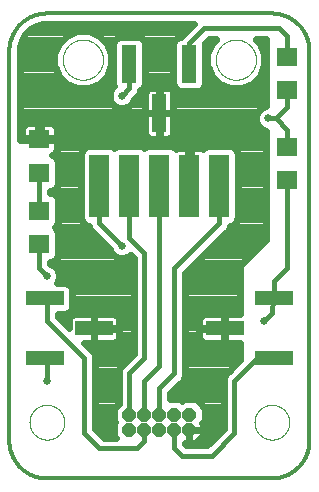
<source format=gtl>
G75*
%MOIN*%
%OFA0B0*%
%FSLAX25Y25*%
%IPPOS*%
%LPD*%
%AMOC8*
5,1,8,0,0,1.08239X$1,22.5*
%
%ADD10C,0.01200*%
%ADD11C,0.00000*%
%ADD12OC8,0.04600*%
%ADD13R,0.06500X0.21000*%
%ADD14R,0.12500X0.05000*%
%ADD15R,0.07098X0.06299*%
%ADD16R,0.07087X0.06299*%
%ADD17R,0.05000X0.12500*%
%ADD18C,0.02578*%
%ADD19C,0.01600*%
%ADD20C,0.02400*%
D10*
X0009700Y0022200D02*
X0009700Y0152200D01*
X0009704Y0152502D01*
X0009715Y0152804D01*
X0009733Y0153105D01*
X0009758Y0153406D01*
X0009791Y0153707D01*
X0009831Y0154006D01*
X0009878Y0154304D01*
X0009933Y0154602D01*
X0009994Y0154897D01*
X0010063Y0155191D01*
X0010139Y0155484D01*
X0010222Y0155774D01*
X0010312Y0156063D01*
X0010409Y0156349D01*
X0010512Y0156633D01*
X0010623Y0156914D01*
X0010740Y0157192D01*
X0010864Y0157468D01*
X0010995Y0157740D01*
X0011132Y0158009D01*
X0011275Y0158275D01*
X0011425Y0158537D01*
X0011582Y0158796D01*
X0011744Y0159050D01*
X0011913Y0159301D01*
X0012087Y0159547D01*
X0012268Y0159790D01*
X0012454Y0160027D01*
X0012646Y0160261D01*
X0012844Y0160489D01*
X0013047Y0160713D01*
X0013255Y0160931D01*
X0013469Y0161145D01*
X0013687Y0161353D01*
X0013911Y0161556D01*
X0014139Y0161754D01*
X0014373Y0161946D01*
X0014610Y0162132D01*
X0014853Y0162313D01*
X0015099Y0162487D01*
X0015350Y0162656D01*
X0015604Y0162818D01*
X0015863Y0162975D01*
X0016125Y0163125D01*
X0016391Y0163268D01*
X0016660Y0163405D01*
X0016932Y0163536D01*
X0017208Y0163660D01*
X0017486Y0163777D01*
X0017767Y0163888D01*
X0018051Y0163991D01*
X0018337Y0164088D01*
X0018626Y0164178D01*
X0018916Y0164261D01*
X0019209Y0164337D01*
X0019503Y0164406D01*
X0019798Y0164467D01*
X0020096Y0164522D01*
X0020394Y0164569D01*
X0020693Y0164609D01*
X0020994Y0164642D01*
X0021295Y0164667D01*
X0021596Y0164685D01*
X0021898Y0164696D01*
X0022200Y0164700D01*
X0097200Y0164700D01*
X0097502Y0164696D01*
X0097804Y0164685D01*
X0098105Y0164667D01*
X0098406Y0164642D01*
X0098707Y0164609D01*
X0099006Y0164569D01*
X0099304Y0164522D01*
X0099602Y0164467D01*
X0099897Y0164406D01*
X0100191Y0164337D01*
X0100484Y0164261D01*
X0100774Y0164178D01*
X0101063Y0164088D01*
X0101349Y0163991D01*
X0101633Y0163888D01*
X0101914Y0163777D01*
X0102192Y0163660D01*
X0102468Y0163536D01*
X0102740Y0163405D01*
X0103009Y0163268D01*
X0103275Y0163125D01*
X0103537Y0162975D01*
X0103796Y0162818D01*
X0104050Y0162656D01*
X0104301Y0162487D01*
X0104547Y0162313D01*
X0104790Y0162132D01*
X0105027Y0161946D01*
X0105261Y0161754D01*
X0105489Y0161556D01*
X0105713Y0161353D01*
X0105931Y0161145D01*
X0106145Y0160931D01*
X0106353Y0160713D01*
X0106556Y0160489D01*
X0106754Y0160261D01*
X0106946Y0160027D01*
X0107132Y0159790D01*
X0107313Y0159547D01*
X0107487Y0159301D01*
X0107656Y0159050D01*
X0107818Y0158796D01*
X0107975Y0158537D01*
X0108125Y0158275D01*
X0108268Y0158009D01*
X0108405Y0157740D01*
X0108536Y0157468D01*
X0108660Y0157192D01*
X0108777Y0156914D01*
X0108888Y0156633D01*
X0108991Y0156349D01*
X0109088Y0156063D01*
X0109178Y0155774D01*
X0109261Y0155484D01*
X0109337Y0155191D01*
X0109406Y0154897D01*
X0109467Y0154602D01*
X0109522Y0154304D01*
X0109569Y0154006D01*
X0109609Y0153707D01*
X0109642Y0153406D01*
X0109667Y0153105D01*
X0109685Y0152804D01*
X0109696Y0152502D01*
X0109700Y0152200D01*
X0109700Y0022200D01*
X0109696Y0021898D01*
X0109685Y0021596D01*
X0109667Y0021295D01*
X0109642Y0020994D01*
X0109609Y0020693D01*
X0109569Y0020394D01*
X0109522Y0020096D01*
X0109467Y0019798D01*
X0109406Y0019503D01*
X0109337Y0019209D01*
X0109261Y0018916D01*
X0109178Y0018626D01*
X0109088Y0018337D01*
X0108991Y0018051D01*
X0108888Y0017767D01*
X0108777Y0017486D01*
X0108660Y0017208D01*
X0108536Y0016932D01*
X0108405Y0016660D01*
X0108268Y0016391D01*
X0108125Y0016125D01*
X0107975Y0015863D01*
X0107818Y0015604D01*
X0107656Y0015350D01*
X0107487Y0015099D01*
X0107313Y0014853D01*
X0107132Y0014610D01*
X0106946Y0014373D01*
X0106754Y0014139D01*
X0106556Y0013911D01*
X0106353Y0013687D01*
X0106145Y0013469D01*
X0105931Y0013255D01*
X0105713Y0013047D01*
X0105489Y0012844D01*
X0105261Y0012646D01*
X0105027Y0012454D01*
X0104790Y0012268D01*
X0104547Y0012087D01*
X0104301Y0011913D01*
X0104050Y0011744D01*
X0103796Y0011582D01*
X0103537Y0011425D01*
X0103275Y0011275D01*
X0103009Y0011132D01*
X0102740Y0010995D01*
X0102468Y0010864D01*
X0102192Y0010740D01*
X0101914Y0010623D01*
X0101633Y0010512D01*
X0101349Y0010409D01*
X0101063Y0010312D01*
X0100774Y0010222D01*
X0100484Y0010139D01*
X0100191Y0010063D01*
X0099897Y0009994D01*
X0099602Y0009933D01*
X0099304Y0009878D01*
X0099006Y0009831D01*
X0098707Y0009791D01*
X0098406Y0009758D01*
X0098105Y0009733D01*
X0097804Y0009715D01*
X0097502Y0009704D01*
X0097200Y0009700D01*
X0022200Y0009700D01*
X0021898Y0009704D01*
X0021596Y0009715D01*
X0021295Y0009733D01*
X0020994Y0009758D01*
X0020693Y0009791D01*
X0020394Y0009831D01*
X0020096Y0009878D01*
X0019798Y0009933D01*
X0019503Y0009994D01*
X0019209Y0010063D01*
X0018916Y0010139D01*
X0018626Y0010222D01*
X0018337Y0010312D01*
X0018051Y0010409D01*
X0017767Y0010512D01*
X0017486Y0010623D01*
X0017208Y0010740D01*
X0016932Y0010864D01*
X0016660Y0010995D01*
X0016391Y0011132D01*
X0016125Y0011275D01*
X0015863Y0011425D01*
X0015604Y0011582D01*
X0015350Y0011744D01*
X0015099Y0011913D01*
X0014853Y0012087D01*
X0014610Y0012268D01*
X0014373Y0012454D01*
X0014139Y0012646D01*
X0013911Y0012844D01*
X0013687Y0013047D01*
X0013469Y0013255D01*
X0013255Y0013469D01*
X0013047Y0013687D01*
X0012844Y0013911D01*
X0012646Y0014139D01*
X0012454Y0014373D01*
X0012268Y0014610D01*
X0012087Y0014853D01*
X0011913Y0015099D01*
X0011744Y0015350D01*
X0011582Y0015604D01*
X0011425Y0015863D01*
X0011275Y0016125D01*
X0011132Y0016391D01*
X0010995Y0016660D01*
X0010864Y0016932D01*
X0010740Y0017208D01*
X0010623Y0017486D01*
X0010512Y0017767D01*
X0010409Y0018051D01*
X0010312Y0018337D01*
X0010222Y0018626D01*
X0010139Y0018916D01*
X0010063Y0019209D01*
X0009994Y0019503D01*
X0009933Y0019798D01*
X0009878Y0020096D01*
X0009831Y0020394D01*
X0009791Y0020693D01*
X0009758Y0020994D01*
X0009733Y0021295D01*
X0009715Y0021596D01*
X0009704Y0021898D01*
X0009700Y0022200D01*
D11*
X0016400Y0028450D02*
X0016402Y0028602D01*
X0016408Y0028754D01*
X0016418Y0028905D01*
X0016432Y0029056D01*
X0016450Y0029207D01*
X0016471Y0029357D01*
X0016497Y0029507D01*
X0016527Y0029656D01*
X0016560Y0029804D01*
X0016598Y0029951D01*
X0016639Y0030097D01*
X0016684Y0030242D01*
X0016733Y0030386D01*
X0016785Y0030529D01*
X0016841Y0030670D01*
X0016901Y0030809D01*
X0016965Y0030947D01*
X0017032Y0031083D01*
X0017103Y0031218D01*
X0017177Y0031350D01*
X0017255Y0031480D01*
X0017336Y0031609D01*
X0017420Y0031735D01*
X0017508Y0031859D01*
X0017599Y0031981D01*
X0017693Y0032100D01*
X0017790Y0032217D01*
X0017890Y0032331D01*
X0017993Y0032442D01*
X0018099Y0032551D01*
X0018208Y0032657D01*
X0018319Y0032760D01*
X0018433Y0032860D01*
X0018550Y0032957D01*
X0018669Y0033051D01*
X0018791Y0033142D01*
X0018915Y0033230D01*
X0019041Y0033314D01*
X0019170Y0033395D01*
X0019300Y0033473D01*
X0019432Y0033547D01*
X0019567Y0033618D01*
X0019703Y0033685D01*
X0019841Y0033749D01*
X0019980Y0033809D01*
X0020121Y0033865D01*
X0020264Y0033917D01*
X0020408Y0033966D01*
X0020553Y0034011D01*
X0020699Y0034052D01*
X0020846Y0034090D01*
X0020994Y0034123D01*
X0021143Y0034153D01*
X0021293Y0034179D01*
X0021443Y0034200D01*
X0021594Y0034218D01*
X0021745Y0034232D01*
X0021896Y0034242D01*
X0022048Y0034248D01*
X0022200Y0034250D01*
X0022352Y0034248D01*
X0022504Y0034242D01*
X0022655Y0034232D01*
X0022806Y0034218D01*
X0022957Y0034200D01*
X0023107Y0034179D01*
X0023257Y0034153D01*
X0023406Y0034123D01*
X0023554Y0034090D01*
X0023701Y0034052D01*
X0023847Y0034011D01*
X0023992Y0033966D01*
X0024136Y0033917D01*
X0024279Y0033865D01*
X0024420Y0033809D01*
X0024559Y0033749D01*
X0024697Y0033685D01*
X0024833Y0033618D01*
X0024968Y0033547D01*
X0025100Y0033473D01*
X0025230Y0033395D01*
X0025359Y0033314D01*
X0025485Y0033230D01*
X0025609Y0033142D01*
X0025731Y0033051D01*
X0025850Y0032957D01*
X0025967Y0032860D01*
X0026081Y0032760D01*
X0026192Y0032657D01*
X0026301Y0032551D01*
X0026407Y0032442D01*
X0026510Y0032331D01*
X0026610Y0032217D01*
X0026707Y0032100D01*
X0026801Y0031981D01*
X0026892Y0031859D01*
X0026980Y0031735D01*
X0027064Y0031609D01*
X0027145Y0031480D01*
X0027223Y0031350D01*
X0027297Y0031218D01*
X0027368Y0031083D01*
X0027435Y0030947D01*
X0027499Y0030809D01*
X0027559Y0030670D01*
X0027615Y0030529D01*
X0027667Y0030386D01*
X0027716Y0030242D01*
X0027761Y0030097D01*
X0027802Y0029951D01*
X0027840Y0029804D01*
X0027873Y0029656D01*
X0027903Y0029507D01*
X0027929Y0029357D01*
X0027950Y0029207D01*
X0027968Y0029056D01*
X0027982Y0028905D01*
X0027992Y0028754D01*
X0027998Y0028602D01*
X0028000Y0028450D01*
X0027998Y0028298D01*
X0027992Y0028146D01*
X0027982Y0027995D01*
X0027968Y0027844D01*
X0027950Y0027693D01*
X0027929Y0027543D01*
X0027903Y0027393D01*
X0027873Y0027244D01*
X0027840Y0027096D01*
X0027802Y0026949D01*
X0027761Y0026803D01*
X0027716Y0026658D01*
X0027667Y0026514D01*
X0027615Y0026371D01*
X0027559Y0026230D01*
X0027499Y0026091D01*
X0027435Y0025953D01*
X0027368Y0025817D01*
X0027297Y0025682D01*
X0027223Y0025550D01*
X0027145Y0025420D01*
X0027064Y0025291D01*
X0026980Y0025165D01*
X0026892Y0025041D01*
X0026801Y0024919D01*
X0026707Y0024800D01*
X0026610Y0024683D01*
X0026510Y0024569D01*
X0026407Y0024458D01*
X0026301Y0024349D01*
X0026192Y0024243D01*
X0026081Y0024140D01*
X0025967Y0024040D01*
X0025850Y0023943D01*
X0025731Y0023849D01*
X0025609Y0023758D01*
X0025485Y0023670D01*
X0025359Y0023586D01*
X0025230Y0023505D01*
X0025100Y0023427D01*
X0024968Y0023353D01*
X0024833Y0023282D01*
X0024697Y0023215D01*
X0024559Y0023151D01*
X0024420Y0023091D01*
X0024279Y0023035D01*
X0024136Y0022983D01*
X0023992Y0022934D01*
X0023847Y0022889D01*
X0023701Y0022848D01*
X0023554Y0022810D01*
X0023406Y0022777D01*
X0023257Y0022747D01*
X0023107Y0022721D01*
X0022957Y0022700D01*
X0022806Y0022682D01*
X0022655Y0022668D01*
X0022504Y0022658D01*
X0022352Y0022652D01*
X0022200Y0022650D01*
X0022048Y0022652D01*
X0021896Y0022658D01*
X0021745Y0022668D01*
X0021594Y0022682D01*
X0021443Y0022700D01*
X0021293Y0022721D01*
X0021143Y0022747D01*
X0020994Y0022777D01*
X0020846Y0022810D01*
X0020699Y0022848D01*
X0020553Y0022889D01*
X0020408Y0022934D01*
X0020264Y0022983D01*
X0020121Y0023035D01*
X0019980Y0023091D01*
X0019841Y0023151D01*
X0019703Y0023215D01*
X0019567Y0023282D01*
X0019432Y0023353D01*
X0019300Y0023427D01*
X0019170Y0023505D01*
X0019041Y0023586D01*
X0018915Y0023670D01*
X0018791Y0023758D01*
X0018669Y0023849D01*
X0018550Y0023943D01*
X0018433Y0024040D01*
X0018319Y0024140D01*
X0018208Y0024243D01*
X0018099Y0024349D01*
X0017993Y0024458D01*
X0017890Y0024569D01*
X0017790Y0024683D01*
X0017693Y0024800D01*
X0017599Y0024919D01*
X0017508Y0025041D01*
X0017420Y0025165D01*
X0017336Y0025291D01*
X0017255Y0025420D01*
X0017177Y0025550D01*
X0017103Y0025682D01*
X0017032Y0025817D01*
X0016965Y0025953D01*
X0016901Y0026091D01*
X0016841Y0026230D01*
X0016785Y0026371D01*
X0016733Y0026514D01*
X0016684Y0026658D01*
X0016639Y0026803D01*
X0016598Y0026949D01*
X0016560Y0027096D01*
X0016527Y0027244D01*
X0016497Y0027393D01*
X0016471Y0027543D01*
X0016450Y0027693D01*
X0016432Y0027844D01*
X0016418Y0027995D01*
X0016408Y0028146D01*
X0016402Y0028298D01*
X0016400Y0028450D01*
X0091400Y0028450D02*
X0091402Y0028602D01*
X0091408Y0028754D01*
X0091418Y0028905D01*
X0091432Y0029056D01*
X0091450Y0029207D01*
X0091471Y0029357D01*
X0091497Y0029507D01*
X0091527Y0029656D01*
X0091560Y0029804D01*
X0091598Y0029951D01*
X0091639Y0030097D01*
X0091684Y0030242D01*
X0091733Y0030386D01*
X0091785Y0030529D01*
X0091841Y0030670D01*
X0091901Y0030809D01*
X0091965Y0030947D01*
X0092032Y0031083D01*
X0092103Y0031218D01*
X0092177Y0031350D01*
X0092255Y0031480D01*
X0092336Y0031609D01*
X0092420Y0031735D01*
X0092508Y0031859D01*
X0092599Y0031981D01*
X0092693Y0032100D01*
X0092790Y0032217D01*
X0092890Y0032331D01*
X0092993Y0032442D01*
X0093099Y0032551D01*
X0093208Y0032657D01*
X0093319Y0032760D01*
X0093433Y0032860D01*
X0093550Y0032957D01*
X0093669Y0033051D01*
X0093791Y0033142D01*
X0093915Y0033230D01*
X0094041Y0033314D01*
X0094170Y0033395D01*
X0094300Y0033473D01*
X0094432Y0033547D01*
X0094567Y0033618D01*
X0094703Y0033685D01*
X0094841Y0033749D01*
X0094980Y0033809D01*
X0095121Y0033865D01*
X0095264Y0033917D01*
X0095408Y0033966D01*
X0095553Y0034011D01*
X0095699Y0034052D01*
X0095846Y0034090D01*
X0095994Y0034123D01*
X0096143Y0034153D01*
X0096293Y0034179D01*
X0096443Y0034200D01*
X0096594Y0034218D01*
X0096745Y0034232D01*
X0096896Y0034242D01*
X0097048Y0034248D01*
X0097200Y0034250D01*
X0097352Y0034248D01*
X0097504Y0034242D01*
X0097655Y0034232D01*
X0097806Y0034218D01*
X0097957Y0034200D01*
X0098107Y0034179D01*
X0098257Y0034153D01*
X0098406Y0034123D01*
X0098554Y0034090D01*
X0098701Y0034052D01*
X0098847Y0034011D01*
X0098992Y0033966D01*
X0099136Y0033917D01*
X0099279Y0033865D01*
X0099420Y0033809D01*
X0099559Y0033749D01*
X0099697Y0033685D01*
X0099833Y0033618D01*
X0099968Y0033547D01*
X0100100Y0033473D01*
X0100230Y0033395D01*
X0100359Y0033314D01*
X0100485Y0033230D01*
X0100609Y0033142D01*
X0100731Y0033051D01*
X0100850Y0032957D01*
X0100967Y0032860D01*
X0101081Y0032760D01*
X0101192Y0032657D01*
X0101301Y0032551D01*
X0101407Y0032442D01*
X0101510Y0032331D01*
X0101610Y0032217D01*
X0101707Y0032100D01*
X0101801Y0031981D01*
X0101892Y0031859D01*
X0101980Y0031735D01*
X0102064Y0031609D01*
X0102145Y0031480D01*
X0102223Y0031350D01*
X0102297Y0031218D01*
X0102368Y0031083D01*
X0102435Y0030947D01*
X0102499Y0030809D01*
X0102559Y0030670D01*
X0102615Y0030529D01*
X0102667Y0030386D01*
X0102716Y0030242D01*
X0102761Y0030097D01*
X0102802Y0029951D01*
X0102840Y0029804D01*
X0102873Y0029656D01*
X0102903Y0029507D01*
X0102929Y0029357D01*
X0102950Y0029207D01*
X0102968Y0029056D01*
X0102982Y0028905D01*
X0102992Y0028754D01*
X0102998Y0028602D01*
X0103000Y0028450D01*
X0102998Y0028298D01*
X0102992Y0028146D01*
X0102982Y0027995D01*
X0102968Y0027844D01*
X0102950Y0027693D01*
X0102929Y0027543D01*
X0102903Y0027393D01*
X0102873Y0027244D01*
X0102840Y0027096D01*
X0102802Y0026949D01*
X0102761Y0026803D01*
X0102716Y0026658D01*
X0102667Y0026514D01*
X0102615Y0026371D01*
X0102559Y0026230D01*
X0102499Y0026091D01*
X0102435Y0025953D01*
X0102368Y0025817D01*
X0102297Y0025682D01*
X0102223Y0025550D01*
X0102145Y0025420D01*
X0102064Y0025291D01*
X0101980Y0025165D01*
X0101892Y0025041D01*
X0101801Y0024919D01*
X0101707Y0024800D01*
X0101610Y0024683D01*
X0101510Y0024569D01*
X0101407Y0024458D01*
X0101301Y0024349D01*
X0101192Y0024243D01*
X0101081Y0024140D01*
X0100967Y0024040D01*
X0100850Y0023943D01*
X0100731Y0023849D01*
X0100609Y0023758D01*
X0100485Y0023670D01*
X0100359Y0023586D01*
X0100230Y0023505D01*
X0100100Y0023427D01*
X0099968Y0023353D01*
X0099833Y0023282D01*
X0099697Y0023215D01*
X0099559Y0023151D01*
X0099420Y0023091D01*
X0099279Y0023035D01*
X0099136Y0022983D01*
X0098992Y0022934D01*
X0098847Y0022889D01*
X0098701Y0022848D01*
X0098554Y0022810D01*
X0098406Y0022777D01*
X0098257Y0022747D01*
X0098107Y0022721D01*
X0097957Y0022700D01*
X0097806Y0022682D01*
X0097655Y0022668D01*
X0097504Y0022658D01*
X0097352Y0022652D01*
X0097200Y0022650D01*
X0097048Y0022652D01*
X0096896Y0022658D01*
X0096745Y0022668D01*
X0096594Y0022682D01*
X0096443Y0022700D01*
X0096293Y0022721D01*
X0096143Y0022747D01*
X0095994Y0022777D01*
X0095846Y0022810D01*
X0095699Y0022848D01*
X0095553Y0022889D01*
X0095408Y0022934D01*
X0095264Y0022983D01*
X0095121Y0023035D01*
X0094980Y0023091D01*
X0094841Y0023151D01*
X0094703Y0023215D01*
X0094567Y0023282D01*
X0094432Y0023353D01*
X0094300Y0023427D01*
X0094170Y0023505D01*
X0094041Y0023586D01*
X0093915Y0023670D01*
X0093791Y0023758D01*
X0093669Y0023849D01*
X0093550Y0023943D01*
X0093433Y0024040D01*
X0093319Y0024140D01*
X0093208Y0024243D01*
X0093099Y0024349D01*
X0092993Y0024458D01*
X0092890Y0024569D01*
X0092790Y0024683D01*
X0092693Y0024800D01*
X0092599Y0024919D01*
X0092508Y0025041D01*
X0092420Y0025165D01*
X0092336Y0025291D01*
X0092255Y0025420D01*
X0092177Y0025550D01*
X0092103Y0025682D01*
X0092032Y0025817D01*
X0091965Y0025953D01*
X0091901Y0026091D01*
X0091841Y0026230D01*
X0091785Y0026371D01*
X0091733Y0026514D01*
X0091684Y0026658D01*
X0091639Y0026803D01*
X0091598Y0026949D01*
X0091560Y0027096D01*
X0091527Y0027244D01*
X0091497Y0027393D01*
X0091471Y0027543D01*
X0091450Y0027693D01*
X0091432Y0027844D01*
X0091418Y0027995D01*
X0091408Y0028146D01*
X0091402Y0028298D01*
X0091400Y0028450D01*
X0078500Y0149300D02*
X0078502Y0149464D01*
X0078508Y0149629D01*
X0078518Y0149793D01*
X0078532Y0149957D01*
X0078550Y0150120D01*
X0078573Y0150283D01*
X0078599Y0150445D01*
X0078629Y0150607D01*
X0078663Y0150768D01*
X0078701Y0150928D01*
X0078743Y0151087D01*
X0078788Y0151245D01*
X0078838Y0151402D01*
X0078892Y0151557D01*
X0078949Y0151711D01*
X0079010Y0151864D01*
X0079075Y0152015D01*
X0079143Y0152165D01*
X0079215Y0152312D01*
X0079291Y0152458D01*
X0079370Y0152602D01*
X0079453Y0152744D01*
X0079539Y0152884D01*
X0079629Y0153022D01*
X0079722Y0153158D01*
X0079819Y0153291D01*
X0079918Y0153422D01*
X0080021Y0153550D01*
X0080127Y0153676D01*
X0080236Y0153799D01*
X0080348Y0153920D01*
X0080462Y0154038D01*
X0080580Y0154152D01*
X0080701Y0154264D01*
X0080824Y0154373D01*
X0080950Y0154479D01*
X0081078Y0154582D01*
X0081209Y0154681D01*
X0081342Y0154778D01*
X0081478Y0154871D01*
X0081616Y0154961D01*
X0081756Y0155047D01*
X0081898Y0155130D01*
X0082042Y0155209D01*
X0082188Y0155285D01*
X0082335Y0155357D01*
X0082485Y0155425D01*
X0082636Y0155490D01*
X0082789Y0155551D01*
X0082943Y0155608D01*
X0083098Y0155662D01*
X0083255Y0155712D01*
X0083413Y0155757D01*
X0083572Y0155799D01*
X0083732Y0155837D01*
X0083893Y0155871D01*
X0084055Y0155901D01*
X0084217Y0155927D01*
X0084380Y0155950D01*
X0084543Y0155968D01*
X0084707Y0155982D01*
X0084871Y0155992D01*
X0085036Y0155998D01*
X0085200Y0156000D01*
X0085364Y0155998D01*
X0085529Y0155992D01*
X0085693Y0155982D01*
X0085857Y0155968D01*
X0086020Y0155950D01*
X0086183Y0155927D01*
X0086345Y0155901D01*
X0086507Y0155871D01*
X0086668Y0155837D01*
X0086828Y0155799D01*
X0086987Y0155757D01*
X0087145Y0155712D01*
X0087302Y0155662D01*
X0087457Y0155608D01*
X0087611Y0155551D01*
X0087764Y0155490D01*
X0087915Y0155425D01*
X0088065Y0155357D01*
X0088212Y0155285D01*
X0088358Y0155209D01*
X0088502Y0155130D01*
X0088644Y0155047D01*
X0088784Y0154961D01*
X0088922Y0154871D01*
X0089058Y0154778D01*
X0089191Y0154681D01*
X0089322Y0154582D01*
X0089450Y0154479D01*
X0089576Y0154373D01*
X0089699Y0154264D01*
X0089820Y0154152D01*
X0089938Y0154038D01*
X0090052Y0153920D01*
X0090164Y0153799D01*
X0090273Y0153676D01*
X0090379Y0153550D01*
X0090482Y0153422D01*
X0090581Y0153291D01*
X0090678Y0153158D01*
X0090771Y0153022D01*
X0090861Y0152884D01*
X0090947Y0152744D01*
X0091030Y0152602D01*
X0091109Y0152458D01*
X0091185Y0152312D01*
X0091257Y0152165D01*
X0091325Y0152015D01*
X0091390Y0151864D01*
X0091451Y0151711D01*
X0091508Y0151557D01*
X0091562Y0151402D01*
X0091612Y0151245D01*
X0091657Y0151087D01*
X0091699Y0150928D01*
X0091737Y0150768D01*
X0091771Y0150607D01*
X0091801Y0150445D01*
X0091827Y0150283D01*
X0091850Y0150120D01*
X0091868Y0149957D01*
X0091882Y0149793D01*
X0091892Y0149629D01*
X0091898Y0149464D01*
X0091900Y0149300D01*
X0091898Y0149136D01*
X0091892Y0148971D01*
X0091882Y0148807D01*
X0091868Y0148643D01*
X0091850Y0148480D01*
X0091827Y0148317D01*
X0091801Y0148155D01*
X0091771Y0147993D01*
X0091737Y0147832D01*
X0091699Y0147672D01*
X0091657Y0147513D01*
X0091612Y0147355D01*
X0091562Y0147198D01*
X0091508Y0147043D01*
X0091451Y0146889D01*
X0091390Y0146736D01*
X0091325Y0146585D01*
X0091257Y0146435D01*
X0091185Y0146288D01*
X0091109Y0146142D01*
X0091030Y0145998D01*
X0090947Y0145856D01*
X0090861Y0145716D01*
X0090771Y0145578D01*
X0090678Y0145442D01*
X0090581Y0145309D01*
X0090482Y0145178D01*
X0090379Y0145050D01*
X0090273Y0144924D01*
X0090164Y0144801D01*
X0090052Y0144680D01*
X0089938Y0144562D01*
X0089820Y0144448D01*
X0089699Y0144336D01*
X0089576Y0144227D01*
X0089450Y0144121D01*
X0089322Y0144018D01*
X0089191Y0143919D01*
X0089058Y0143822D01*
X0088922Y0143729D01*
X0088784Y0143639D01*
X0088644Y0143553D01*
X0088502Y0143470D01*
X0088358Y0143391D01*
X0088212Y0143315D01*
X0088065Y0143243D01*
X0087915Y0143175D01*
X0087764Y0143110D01*
X0087611Y0143049D01*
X0087457Y0142992D01*
X0087302Y0142938D01*
X0087145Y0142888D01*
X0086987Y0142843D01*
X0086828Y0142801D01*
X0086668Y0142763D01*
X0086507Y0142729D01*
X0086345Y0142699D01*
X0086183Y0142673D01*
X0086020Y0142650D01*
X0085857Y0142632D01*
X0085693Y0142618D01*
X0085529Y0142608D01*
X0085364Y0142602D01*
X0085200Y0142600D01*
X0085036Y0142602D01*
X0084871Y0142608D01*
X0084707Y0142618D01*
X0084543Y0142632D01*
X0084380Y0142650D01*
X0084217Y0142673D01*
X0084055Y0142699D01*
X0083893Y0142729D01*
X0083732Y0142763D01*
X0083572Y0142801D01*
X0083413Y0142843D01*
X0083255Y0142888D01*
X0083098Y0142938D01*
X0082943Y0142992D01*
X0082789Y0143049D01*
X0082636Y0143110D01*
X0082485Y0143175D01*
X0082335Y0143243D01*
X0082188Y0143315D01*
X0082042Y0143391D01*
X0081898Y0143470D01*
X0081756Y0143553D01*
X0081616Y0143639D01*
X0081478Y0143729D01*
X0081342Y0143822D01*
X0081209Y0143919D01*
X0081078Y0144018D01*
X0080950Y0144121D01*
X0080824Y0144227D01*
X0080701Y0144336D01*
X0080580Y0144448D01*
X0080462Y0144562D01*
X0080348Y0144680D01*
X0080236Y0144801D01*
X0080127Y0144924D01*
X0080021Y0145050D01*
X0079918Y0145178D01*
X0079819Y0145309D01*
X0079722Y0145442D01*
X0079629Y0145578D01*
X0079539Y0145716D01*
X0079453Y0145856D01*
X0079370Y0145998D01*
X0079291Y0146142D01*
X0079215Y0146288D01*
X0079143Y0146435D01*
X0079075Y0146585D01*
X0079010Y0146736D01*
X0078949Y0146889D01*
X0078892Y0147043D01*
X0078838Y0147198D01*
X0078788Y0147355D01*
X0078743Y0147513D01*
X0078701Y0147672D01*
X0078663Y0147832D01*
X0078629Y0147993D01*
X0078599Y0148155D01*
X0078573Y0148317D01*
X0078550Y0148480D01*
X0078532Y0148643D01*
X0078518Y0148807D01*
X0078508Y0148971D01*
X0078502Y0149136D01*
X0078500Y0149300D01*
X0027500Y0149300D02*
X0027502Y0149464D01*
X0027508Y0149629D01*
X0027518Y0149793D01*
X0027532Y0149957D01*
X0027550Y0150120D01*
X0027573Y0150283D01*
X0027599Y0150445D01*
X0027629Y0150607D01*
X0027663Y0150768D01*
X0027701Y0150928D01*
X0027743Y0151087D01*
X0027788Y0151245D01*
X0027838Y0151402D01*
X0027892Y0151557D01*
X0027949Y0151711D01*
X0028010Y0151864D01*
X0028075Y0152015D01*
X0028143Y0152165D01*
X0028215Y0152312D01*
X0028291Y0152458D01*
X0028370Y0152602D01*
X0028453Y0152744D01*
X0028539Y0152884D01*
X0028629Y0153022D01*
X0028722Y0153158D01*
X0028819Y0153291D01*
X0028918Y0153422D01*
X0029021Y0153550D01*
X0029127Y0153676D01*
X0029236Y0153799D01*
X0029348Y0153920D01*
X0029462Y0154038D01*
X0029580Y0154152D01*
X0029701Y0154264D01*
X0029824Y0154373D01*
X0029950Y0154479D01*
X0030078Y0154582D01*
X0030209Y0154681D01*
X0030342Y0154778D01*
X0030478Y0154871D01*
X0030616Y0154961D01*
X0030756Y0155047D01*
X0030898Y0155130D01*
X0031042Y0155209D01*
X0031188Y0155285D01*
X0031335Y0155357D01*
X0031485Y0155425D01*
X0031636Y0155490D01*
X0031789Y0155551D01*
X0031943Y0155608D01*
X0032098Y0155662D01*
X0032255Y0155712D01*
X0032413Y0155757D01*
X0032572Y0155799D01*
X0032732Y0155837D01*
X0032893Y0155871D01*
X0033055Y0155901D01*
X0033217Y0155927D01*
X0033380Y0155950D01*
X0033543Y0155968D01*
X0033707Y0155982D01*
X0033871Y0155992D01*
X0034036Y0155998D01*
X0034200Y0156000D01*
X0034364Y0155998D01*
X0034529Y0155992D01*
X0034693Y0155982D01*
X0034857Y0155968D01*
X0035020Y0155950D01*
X0035183Y0155927D01*
X0035345Y0155901D01*
X0035507Y0155871D01*
X0035668Y0155837D01*
X0035828Y0155799D01*
X0035987Y0155757D01*
X0036145Y0155712D01*
X0036302Y0155662D01*
X0036457Y0155608D01*
X0036611Y0155551D01*
X0036764Y0155490D01*
X0036915Y0155425D01*
X0037065Y0155357D01*
X0037212Y0155285D01*
X0037358Y0155209D01*
X0037502Y0155130D01*
X0037644Y0155047D01*
X0037784Y0154961D01*
X0037922Y0154871D01*
X0038058Y0154778D01*
X0038191Y0154681D01*
X0038322Y0154582D01*
X0038450Y0154479D01*
X0038576Y0154373D01*
X0038699Y0154264D01*
X0038820Y0154152D01*
X0038938Y0154038D01*
X0039052Y0153920D01*
X0039164Y0153799D01*
X0039273Y0153676D01*
X0039379Y0153550D01*
X0039482Y0153422D01*
X0039581Y0153291D01*
X0039678Y0153158D01*
X0039771Y0153022D01*
X0039861Y0152884D01*
X0039947Y0152744D01*
X0040030Y0152602D01*
X0040109Y0152458D01*
X0040185Y0152312D01*
X0040257Y0152165D01*
X0040325Y0152015D01*
X0040390Y0151864D01*
X0040451Y0151711D01*
X0040508Y0151557D01*
X0040562Y0151402D01*
X0040612Y0151245D01*
X0040657Y0151087D01*
X0040699Y0150928D01*
X0040737Y0150768D01*
X0040771Y0150607D01*
X0040801Y0150445D01*
X0040827Y0150283D01*
X0040850Y0150120D01*
X0040868Y0149957D01*
X0040882Y0149793D01*
X0040892Y0149629D01*
X0040898Y0149464D01*
X0040900Y0149300D01*
X0040898Y0149136D01*
X0040892Y0148971D01*
X0040882Y0148807D01*
X0040868Y0148643D01*
X0040850Y0148480D01*
X0040827Y0148317D01*
X0040801Y0148155D01*
X0040771Y0147993D01*
X0040737Y0147832D01*
X0040699Y0147672D01*
X0040657Y0147513D01*
X0040612Y0147355D01*
X0040562Y0147198D01*
X0040508Y0147043D01*
X0040451Y0146889D01*
X0040390Y0146736D01*
X0040325Y0146585D01*
X0040257Y0146435D01*
X0040185Y0146288D01*
X0040109Y0146142D01*
X0040030Y0145998D01*
X0039947Y0145856D01*
X0039861Y0145716D01*
X0039771Y0145578D01*
X0039678Y0145442D01*
X0039581Y0145309D01*
X0039482Y0145178D01*
X0039379Y0145050D01*
X0039273Y0144924D01*
X0039164Y0144801D01*
X0039052Y0144680D01*
X0038938Y0144562D01*
X0038820Y0144448D01*
X0038699Y0144336D01*
X0038576Y0144227D01*
X0038450Y0144121D01*
X0038322Y0144018D01*
X0038191Y0143919D01*
X0038058Y0143822D01*
X0037922Y0143729D01*
X0037784Y0143639D01*
X0037644Y0143553D01*
X0037502Y0143470D01*
X0037358Y0143391D01*
X0037212Y0143315D01*
X0037065Y0143243D01*
X0036915Y0143175D01*
X0036764Y0143110D01*
X0036611Y0143049D01*
X0036457Y0142992D01*
X0036302Y0142938D01*
X0036145Y0142888D01*
X0035987Y0142843D01*
X0035828Y0142801D01*
X0035668Y0142763D01*
X0035507Y0142729D01*
X0035345Y0142699D01*
X0035183Y0142673D01*
X0035020Y0142650D01*
X0034857Y0142632D01*
X0034693Y0142618D01*
X0034529Y0142608D01*
X0034364Y0142602D01*
X0034200Y0142600D01*
X0034036Y0142602D01*
X0033871Y0142608D01*
X0033707Y0142618D01*
X0033543Y0142632D01*
X0033380Y0142650D01*
X0033217Y0142673D01*
X0033055Y0142699D01*
X0032893Y0142729D01*
X0032732Y0142763D01*
X0032572Y0142801D01*
X0032413Y0142843D01*
X0032255Y0142888D01*
X0032098Y0142938D01*
X0031943Y0142992D01*
X0031789Y0143049D01*
X0031636Y0143110D01*
X0031485Y0143175D01*
X0031335Y0143243D01*
X0031188Y0143315D01*
X0031042Y0143391D01*
X0030898Y0143470D01*
X0030756Y0143553D01*
X0030616Y0143639D01*
X0030478Y0143729D01*
X0030342Y0143822D01*
X0030209Y0143919D01*
X0030078Y0144018D01*
X0029950Y0144121D01*
X0029824Y0144227D01*
X0029701Y0144336D01*
X0029580Y0144448D01*
X0029462Y0144562D01*
X0029348Y0144680D01*
X0029236Y0144801D01*
X0029127Y0144924D01*
X0029021Y0145050D01*
X0028918Y0145178D01*
X0028819Y0145309D01*
X0028722Y0145442D01*
X0028629Y0145578D01*
X0028539Y0145716D01*
X0028453Y0145856D01*
X0028370Y0145998D01*
X0028291Y0146142D01*
X0028215Y0146288D01*
X0028143Y0146435D01*
X0028075Y0146585D01*
X0028010Y0146736D01*
X0027949Y0146889D01*
X0027892Y0147043D01*
X0027838Y0147198D01*
X0027788Y0147355D01*
X0027743Y0147513D01*
X0027701Y0147672D01*
X0027663Y0147832D01*
X0027629Y0147993D01*
X0027599Y0148155D01*
X0027573Y0148317D01*
X0027550Y0148480D01*
X0027532Y0148643D01*
X0027518Y0148807D01*
X0027508Y0148971D01*
X0027502Y0149136D01*
X0027500Y0149300D01*
D12*
X0049700Y0030950D03*
X0049700Y0025950D03*
X0054700Y0025950D03*
X0054700Y0030950D03*
X0059700Y0030950D03*
X0059700Y0025950D03*
X0064700Y0025950D03*
X0064700Y0030950D03*
X0069700Y0030950D03*
X0069700Y0025950D03*
D13*
X0069700Y0107200D03*
X0079700Y0107200D03*
X0059700Y0107200D03*
X0049700Y0107200D03*
X0039700Y0107200D03*
D14*
X0021450Y0069700D03*
X0021450Y0049700D03*
X0037950Y0059700D03*
X0081450Y0059700D03*
X0097950Y0049700D03*
X0097950Y0069700D03*
D15*
X0019700Y0111602D03*
X0019700Y0122798D03*
D16*
X0019700Y0098962D03*
X0019700Y0087938D03*
X0102200Y0109188D03*
X0102200Y0120212D03*
X0102200Y0139188D03*
X0102200Y0150212D03*
D17*
X0069700Y0147950D03*
X0059700Y0131450D03*
X0049700Y0147950D03*
D18*
X0047200Y0137200D03*
X0047200Y0087200D03*
X0022200Y0077200D03*
X0022200Y0042200D03*
X0094700Y0062200D03*
X0095950Y0129700D03*
D19*
X0098450Y0129700D01*
X0102200Y0125950D01*
X0102200Y0120212D01*
X0098450Y0129700D02*
X0102200Y0133450D01*
X0102200Y0139188D01*
X0102200Y0150212D02*
X0102200Y0157200D01*
X0099700Y0159700D01*
X0074700Y0159700D01*
X0069700Y0154700D01*
X0069700Y0147950D01*
X0049700Y0147950D02*
X0049700Y0139700D01*
X0047200Y0137200D01*
X0049700Y0107200D02*
X0049700Y0089700D01*
X0054700Y0084700D01*
X0054700Y0049700D01*
X0049700Y0044700D01*
X0049700Y0030950D01*
X0054700Y0030950D02*
X0054700Y0042200D01*
X0059700Y0047200D01*
X0059700Y0107200D01*
X0039700Y0094700D02*
X0047200Y0087200D01*
X0039700Y0094700D02*
X0039700Y0107200D01*
X0019700Y0111602D02*
X0019700Y0098962D01*
X0019700Y0087938D02*
X0019700Y0079700D01*
X0022200Y0077200D01*
X0021450Y0069700D02*
X0022200Y0068950D01*
X0022200Y0062200D01*
X0034700Y0049700D01*
X0034700Y0024700D01*
X0039700Y0019700D01*
X0052200Y0019700D01*
X0054700Y0022200D01*
X0054700Y0025950D01*
X0059700Y0030950D02*
X0059700Y0039700D01*
X0064700Y0044700D01*
X0064700Y0079700D01*
X0079700Y0094700D01*
X0079700Y0107200D01*
X0102200Y0109188D02*
X0102200Y0079700D01*
X0097950Y0075450D01*
X0097950Y0069700D01*
X0097200Y0066450D01*
X0097200Y0064700D01*
X0094700Y0062200D01*
X0092200Y0049700D02*
X0097950Y0049700D01*
X0092200Y0049700D02*
X0084700Y0042200D01*
X0084700Y0024700D01*
X0077200Y0017200D01*
X0067200Y0017200D01*
X0064700Y0019700D01*
X0064700Y0025950D01*
X0022200Y0042200D02*
X0022200Y0051450D01*
X0021450Y0049700D01*
D20*
X0029500Y0059991D02*
X0025800Y0063691D01*
X0025800Y0064400D01*
X0028257Y0064400D01*
X0029286Y0064826D01*
X0030074Y0065614D01*
X0030500Y0066643D01*
X0030500Y0072757D01*
X0030074Y0073786D01*
X0029286Y0074574D01*
X0028257Y0075000D01*
X0025715Y0075000D01*
X0026289Y0076387D01*
X0026289Y0078013D01*
X0025666Y0079516D01*
X0024516Y0080666D01*
X0023336Y0081155D01*
X0023300Y0081191D01*
X0023300Y0081989D01*
X0023800Y0081989D01*
X0024829Y0082415D01*
X0025617Y0083203D01*
X0026043Y0084232D01*
X0026043Y0091645D01*
X0025617Y0092674D01*
X0024841Y0093450D01*
X0025617Y0094226D01*
X0026043Y0095255D01*
X0026043Y0102668D01*
X0025617Y0103697D01*
X0024829Y0104485D01*
X0023800Y0104911D01*
X0023300Y0104911D01*
X0023300Y0105652D01*
X0023806Y0105652D01*
X0024835Y0106078D01*
X0025623Y0106866D01*
X0026049Y0107895D01*
X0026049Y0115308D01*
X0025623Y0116337D01*
X0024835Y0117125D01*
X0023851Y0117533D01*
X0024098Y0117599D01*
X0024600Y0117888D01*
X0025010Y0118298D01*
X0025299Y0118800D01*
X0025449Y0119359D01*
X0025449Y0122424D01*
X0020075Y0122424D01*
X0020075Y0123173D01*
X0025449Y0123173D01*
X0025449Y0126238D01*
X0025299Y0126797D01*
X0025010Y0127299D01*
X0024600Y0127708D01*
X0024098Y0127998D01*
X0023539Y0128148D01*
X0020075Y0128148D01*
X0020075Y0123173D01*
X0019325Y0123173D01*
X0019325Y0122424D01*
X0017848Y0122424D01*
X0017821Y0122450D01*
X0013100Y0122450D01*
X0013100Y0152200D01*
X0013178Y0153388D01*
X0013793Y0155682D01*
X0014980Y0157740D01*
X0016660Y0159420D01*
X0018718Y0160607D01*
X0021012Y0161222D01*
X0022200Y0161300D01*
X0071209Y0161300D01*
X0066909Y0157000D01*
X0066643Y0157000D01*
X0065614Y0156574D01*
X0064826Y0155786D01*
X0064400Y0154757D01*
X0064400Y0141143D01*
X0064826Y0140114D01*
X0065614Y0139326D01*
X0066643Y0138900D01*
X0072757Y0138900D01*
X0073786Y0139326D01*
X0074574Y0140114D01*
X0075000Y0141143D01*
X0075000Y0154757D01*
X0074955Y0154864D01*
X0076191Y0156100D01*
X0078565Y0156100D01*
X0077146Y0154681D01*
X0075700Y0151190D01*
X0075700Y0147410D01*
X0077146Y0143919D01*
X0079819Y0141246D01*
X0083310Y0139800D01*
X0087090Y0139800D01*
X0090581Y0141246D01*
X0093254Y0143919D01*
X0094700Y0147410D01*
X0094700Y0151190D01*
X0093254Y0154681D01*
X0091835Y0156100D01*
X0095200Y0156100D01*
X0095200Y0133789D01*
X0095137Y0133789D01*
X0093634Y0133166D01*
X0092484Y0132016D01*
X0091861Y0130513D01*
X0091861Y0128887D01*
X0092484Y0127384D01*
X0093634Y0126234D01*
X0095137Y0125611D01*
X0095200Y0125611D01*
X0095200Y0089278D01*
X0087622Y0081700D01*
X0086450Y0080528D01*
X0086450Y0064400D01*
X0081500Y0064400D01*
X0081500Y0059750D01*
X0081400Y0059750D01*
X0081400Y0064400D01*
X0074910Y0064400D01*
X0074351Y0064250D01*
X0073849Y0063960D01*
X0073440Y0063551D01*
X0073150Y0063049D01*
X0073000Y0062490D01*
X0073000Y0059750D01*
X0081400Y0059750D01*
X0081400Y0059650D01*
X0081500Y0059650D01*
X0081500Y0055000D01*
X0086450Y0055000D01*
X0086450Y0049041D01*
X0082661Y0045252D01*
X0081648Y0044239D01*
X0081100Y0042916D01*
X0081100Y0026191D01*
X0075709Y0020800D01*
X0068691Y0020800D01*
X0068300Y0021191D01*
X0068300Y0021450D01*
X0069700Y0021450D01*
X0071564Y0021450D01*
X0074200Y0024086D01*
X0074200Y0025950D01*
X0074200Y0027814D01*
X0073988Y0028026D01*
X0074800Y0028838D01*
X0074800Y0033062D01*
X0071812Y0036050D01*
X0067588Y0036050D01*
X0067200Y0035662D01*
X0066812Y0036050D01*
X0063300Y0036050D01*
X0063300Y0038209D01*
X0066739Y0041648D01*
X0066739Y0041648D01*
X0067752Y0042661D01*
X0068300Y0043984D01*
X0068300Y0078209D01*
X0082752Y0092661D01*
X0083265Y0093900D01*
X0083507Y0093900D01*
X0084536Y0094326D01*
X0085324Y0095114D01*
X0085750Y0096143D01*
X0085750Y0118257D01*
X0085324Y0119286D01*
X0084536Y0120074D01*
X0083507Y0120500D01*
X0075893Y0120500D01*
X0074864Y0120074D01*
X0074269Y0119479D01*
X0073799Y0119750D01*
X0073240Y0119900D01*
X0070125Y0119900D01*
X0070125Y0107625D01*
X0069275Y0107625D01*
X0069275Y0119900D01*
X0066160Y0119900D01*
X0065601Y0119750D01*
X0065131Y0119479D01*
X0064536Y0120074D01*
X0063507Y0120500D01*
X0055893Y0120500D01*
X0054864Y0120074D01*
X0054700Y0119910D01*
X0054536Y0120074D01*
X0053507Y0120500D01*
X0045893Y0120500D01*
X0044864Y0120074D01*
X0044700Y0119910D01*
X0044536Y0120074D01*
X0043507Y0120500D01*
X0035893Y0120500D01*
X0034864Y0120074D01*
X0034076Y0119286D01*
X0033650Y0118257D01*
X0033650Y0096143D01*
X0034076Y0095114D01*
X0034864Y0094326D01*
X0035893Y0093900D01*
X0036135Y0093900D01*
X0036648Y0092661D01*
X0043245Y0086064D01*
X0043734Y0084884D01*
X0044884Y0083734D01*
X0046387Y0083111D01*
X0048013Y0083111D01*
X0049516Y0083734D01*
X0050046Y0084263D01*
X0051100Y0083209D01*
X0051100Y0051191D01*
X0046648Y0046739D01*
X0046100Y0045416D01*
X0046100Y0034562D01*
X0044600Y0033062D01*
X0044600Y0028838D01*
X0044988Y0028450D01*
X0044600Y0028062D01*
X0044600Y0023838D01*
X0045138Y0023300D01*
X0041191Y0023300D01*
X0038300Y0026191D01*
X0038300Y0050416D01*
X0037752Y0051739D01*
X0034491Y0055000D01*
X0037900Y0055000D01*
X0037900Y0059650D01*
X0038000Y0059650D01*
X0038000Y0059750D01*
X0037900Y0059750D01*
X0037900Y0064400D01*
X0031410Y0064400D01*
X0030851Y0064250D01*
X0030349Y0063960D01*
X0029940Y0063551D01*
X0029650Y0063049D01*
X0029500Y0062490D01*
X0029500Y0059991D01*
X0029500Y0060069D02*
X0029422Y0060069D01*
X0029500Y0062467D02*
X0027024Y0062467D01*
X0029326Y0064866D02*
X0051100Y0064866D01*
X0051100Y0062467D02*
X0046400Y0062467D01*
X0046400Y0062490D02*
X0046250Y0063049D01*
X0045960Y0063551D01*
X0045551Y0063960D01*
X0045049Y0064250D01*
X0044490Y0064400D01*
X0038000Y0064400D01*
X0038000Y0059750D01*
X0046400Y0059750D01*
X0046400Y0062490D01*
X0046400Y0060069D02*
X0051100Y0060069D01*
X0051100Y0057670D02*
X0046400Y0057670D01*
X0046400Y0056910D02*
X0046400Y0059650D01*
X0038000Y0059650D01*
X0038000Y0055000D01*
X0044490Y0055000D01*
X0045049Y0055150D01*
X0045551Y0055440D01*
X0045960Y0055849D01*
X0046250Y0056351D01*
X0046400Y0056910D01*
X0045260Y0055272D02*
X0051100Y0055272D01*
X0051100Y0052873D02*
X0036618Y0052873D01*
X0038276Y0050475D02*
X0050384Y0050475D01*
X0047985Y0048076D02*
X0038300Y0048076D01*
X0038300Y0045678D02*
X0046208Y0045678D01*
X0046100Y0043279D02*
X0038300Y0043279D01*
X0038300Y0040881D02*
X0046100Y0040881D01*
X0046100Y0038482D02*
X0038300Y0038482D01*
X0038300Y0036084D02*
X0046100Y0036084D01*
X0045223Y0033685D02*
X0038300Y0033685D01*
X0038300Y0031287D02*
X0044600Y0031287D01*
X0044600Y0028888D02*
X0038300Y0028888D01*
X0038300Y0026490D02*
X0044600Y0026490D01*
X0044600Y0024091D02*
X0040400Y0024091D01*
X0063300Y0036084D02*
X0081100Y0036084D01*
X0081100Y0038482D02*
X0063573Y0038482D01*
X0065972Y0040881D02*
X0081100Y0040881D01*
X0081250Y0043279D02*
X0068008Y0043279D01*
X0068300Y0045678D02*
X0083087Y0045678D01*
X0085485Y0048076D02*
X0068300Y0048076D01*
X0068300Y0050475D02*
X0086450Y0050475D01*
X0086450Y0052873D02*
X0068300Y0052873D01*
X0068300Y0055272D02*
X0074140Y0055272D01*
X0074351Y0055150D02*
X0074910Y0055000D01*
X0081400Y0055000D01*
X0081400Y0059650D01*
X0073000Y0059650D01*
X0073000Y0056910D01*
X0073150Y0056351D01*
X0073440Y0055849D01*
X0073849Y0055440D01*
X0074351Y0055150D01*
X0073000Y0057670D02*
X0068300Y0057670D01*
X0068300Y0060069D02*
X0073000Y0060069D01*
X0073000Y0062467D02*
X0068300Y0062467D01*
X0068300Y0064866D02*
X0086450Y0064866D01*
X0086450Y0067264D02*
X0068300Y0067264D01*
X0068300Y0069663D02*
X0086450Y0069663D01*
X0086450Y0072061D02*
X0068300Y0072061D01*
X0068300Y0074460D02*
X0086450Y0074460D01*
X0086450Y0076858D02*
X0068300Y0076858D01*
X0069348Y0079257D02*
X0086450Y0079257D01*
X0087577Y0081655D02*
X0071747Y0081655D01*
X0074145Y0084054D02*
X0089975Y0084054D01*
X0092374Y0086452D02*
X0076544Y0086452D01*
X0078942Y0088851D02*
X0094772Y0088851D01*
X0095200Y0091249D02*
X0081341Y0091249D01*
X0083161Y0093648D02*
X0095200Y0093648D01*
X0095200Y0096046D02*
X0085710Y0096046D01*
X0085750Y0098445D02*
X0095200Y0098445D01*
X0095200Y0100843D02*
X0085750Y0100843D01*
X0085750Y0103242D02*
X0095200Y0103242D01*
X0095200Y0105640D02*
X0085750Y0105640D01*
X0085750Y0108039D02*
X0095200Y0108039D01*
X0095200Y0110437D02*
X0085750Y0110437D01*
X0085750Y0112836D02*
X0095200Y0112836D01*
X0095200Y0115234D02*
X0085750Y0115234D01*
X0085750Y0117633D02*
X0095200Y0117633D01*
X0095200Y0120032D02*
X0084578Y0120032D01*
X0091861Y0129626D02*
X0064400Y0129626D01*
X0064400Y0131400D02*
X0059750Y0131400D01*
X0059750Y0131500D01*
X0064400Y0131500D01*
X0064400Y0137990D01*
X0064250Y0138549D01*
X0063960Y0139051D01*
X0063551Y0139460D01*
X0063049Y0139750D01*
X0062490Y0139900D01*
X0059750Y0139900D01*
X0059750Y0131500D01*
X0059650Y0131500D01*
X0059650Y0139900D01*
X0056910Y0139900D01*
X0056351Y0139750D01*
X0055849Y0139460D01*
X0055440Y0139051D01*
X0055150Y0138549D01*
X0055000Y0137990D01*
X0055000Y0131500D01*
X0059650Y0131500D01*
X0059650Y0131400D01*
X0059750Y0131400D01*
X0059750Y0123000D01*
X0062490Y0123000D01*
X0063049Y0123150D01*
X0063551Y0123440D01*
X0063960Y0123849D01*
X0064250Y0124351D01*
X0064400Y0124910D01*
X0064400Y0131400D01*
X0064400Y0132024D02*
X0092491Y0132024D01*
X0095200Y0134423D02*
X0064400Y0134423D01*
X0064400Y0136821D02*
X0095200Y0136821D01*
X0095200Y0139220D02*
X0073529Y0139220D01*
X0075000Y0141618D02*
X0079447Y0141618D01*
X0077106Y0144017D02*
X0075000Y0144017D01*
X0075000Y0146415D02*
X0076112Y0146415D01*
X0075700Y0148814D02*
X0075000Y0148814D01*
X0075000Y0151212D02*
X0075709Y0151212D01*
X0075000Y0153611D02*
X0076703Y0153611D01*
X0076100Y0156009D02*
X0078474Y0156009D01*
X0070715Y0160806D02*
X0019460Y0160806D01*
X0015648Y0158408D02*
X0031363Y0158408D01*
X0032310Y0158800D02*
X0028819Y0157354D01*
X0026146Y0154681D01*
X0024700Y0151190D01*
X0024700Y0147410D01*
X0026146Y0143919D01*
X0028819Y0141246D01*
X0032310Y0139800D01*
X0036090Y0139800D01*
X0039581Y0141246D01*
X0042254Y0143919D01*
X0043700Y0147410D01*
X0043700Y0151190D01*
X0042254Y0154681D01*
X0039581Y0157354D01*
X0036090Y0158800D01*
X0032310Y0158800D01*
X0027474Y0156009D02*
X0013981Y0156009D01*
X0013238Y0153611D02*
X0025703Y0153611D01*
X0024709Y0151212D02*
X0013100Y0151212D01*
X0013100Y0148814D02*
X0024700Y0148814D01*
X0025112Y0146415D02*
X0013100Y0146415D01*
X0013100Y0144017D02*
X0026106Y0144017D01*
X0028447Y0141618D02*
X0013100Y0141618D01*
X0013100Y0139220D02*
X0043611Y0139220D01*
X0043734Y0139516D02*
X0043111Y0138013D01*
X0043111Y0136387D01*
X0043734Y0134884D01*
X0044884Y0133734D01*
X0046387Y0133111D01*
X0048013Y0133111D01*
X0049516Y0133734D01*
X0050666Y0134884D01*
X0051155Y0136064D01*
X0052752Y0137661D01*
X0053300Y0138984D01*
X0053300Y0139125D01*
X0053786Y0139326D01*
X0054574Y0140114D01*
X0055000Y0141143D01*
X0055000Y0154757D01*
X0054574Y0155786D01*
X0053786Y0156574D01*
X0052757Y0157000D01*
X0046643Y0157000D01*
X0045614Y0156574D01*
X0044826Y0155786D01*
X0044400Y0154757D01*
X0044400Y0141143D01*
X0044681Y0140464D01*
X0043734Y0139516D01*
X0043111Y0136821D02*
X0013100Y0136821D01*
X0013100Y0134423D02*
X0044195Y0134423D01*
X0050205Y0134423D02*
X0055000Y0134423D01*
X0055000Y0132024D02*
X0013100Y0132024D01*
X0013100Y0129626D02*
X0055000Y0129626D01*
X0055000Y0131400D02*
X0055000Y0124910D01*
X0055150Y0124351D01*
X0055440Y0123849D01*
X0055849Y0123440D01*
X0056351Y0123150D01*
X0056910Y0123000D01*
X0059650Y0123000D01*
X0059650Y0131400D01*
X0055000Y0131400D01*
X0055000Y0127227D02*
X0025051Y0127227D01*
X0025449Y0124829D02*
X0055022Y0124829D01*
X0059650Y0124829D02*
X0059750Y0124829D01*
X0059750Y0127227D02*
X0059650Y0127227D01*
X0059650Y0129626D02*
X0059750Y0129626D01*
X0059750Y0132024D02*
X0059650Y0132024D01*
X0059650Y0134423D02*
X0059750Y0134423D01*
X0059750Y0136821D02*
X0059650Y0136821D01*
X0059650Y0139220D02*
X0059750Y0139220D01*
X0063792Y0139220D02*
X0065871Y0139220D01*
X0064400Y0141618D02*
X0055000Y0141618D01*
X0055000Y0144017D02*
X0064400Y0144017D01*
X0064400Y0146415D02*
X0055000Y0146415D01*
X0055000Y0148814D02*
X0064400Y0148814D01*
X0064400Y0151212D02*
X0055000Y0151212D01*
X0055000Y0153611D02*
X0064400Y0153611D01*
X0065049Y0156009D02*
X0054351Y0156009D01*
X0045049Y0156009D02*
X0040926Y0156009D01*
X0042697Y0153611D02*
X0044400Y0153611D01*
X0044400Y0151212D02*
X0043691Y0151212D01*
X0043700Y0148814D02*
X0044400Y0148814D01*
X0044400Y0146415D02*
X0043288Y0146415D01*
X0042294Y0144017D02*
X0044400Y0144017D01*
X0044400Y0141618D02*
X0039953Y0141618D01*
X0051912Y0136821D02*
X0055000Y0136821D01*
X0055608Y0139220D02*
X0053529Y0139220D01*
X0064400Y0127227D02*
X0092640Y0127227D01*
X0095200Y0124829D02*
X0064378Y0124829D01*
X0064578Y0120032D02*
X0074822Y0120032D01*
X0070125Y0117633D02*
X0069275Y0117633D01*
X0069275Y0115234D02*
X0070125Y0115234D01*
X0070125Y0112836D02*
X0069275Y0112836D01*
X0069275Y0110437D02*
X0070125Y0110437D01*
X0070125Y0108039D02*
X0069275Y0108039D01*
X0054822Y0120032D02*
X0054578Y0120032D01*
X0044822Y0120032D02*
X0044578Y0120032D01*
X0034822Y0120032D02*
X0025449Y0120032D01*
X0024158Y0117633D02*
X0033650Y0117633D01*
X0033650Y0115234D02*
X0026049Y0115234D01*
X0026049Y0112836D02*
X0033650Y0112836D01*
X0033650Y0110437D02*
X0026049Y0110437D01*
X0026049Y0108039D02*
X0033650Y0108039D01*
X0033650Y0105640D02*
X0023300Y0105640D01*
X0025806Y0103242D02*
X0033650Y0103242D01*
X0033650Y0100843D02*
X0026043Y0100843D01*
X0026043Y0098445D02*
X0033650Y0098445D01*
X0033690Y0096046D02*
X0026043Y0096046D01*
X0025039Y0093648D02*
X0036239Y0093648D01*
X0038059Y0091249D02*
X0026043Y0091249D01*
X0026043Y0088851D02*
X0040458Y0088851D01*
X0042856Y0086452D02*
X0026043Y0086452D01*
X0025970Y0084054D02*
X0044563Y0084054D01*
X0049837Y0084054D02*
X0050255Y0084054D01*
X0051100Y0081655D02*
X0023300Y0081655D01*
X0025774Y0079257D02*
X0051100Y0079257D01*
X0051100Y0076858D02*
X0026289Y0076858D01*
X0029400Y0074460D02*
X0051100Y0074460D01*
X0051100Y0072061D02*
X0030500Y0072061D01*
X0030500Y0069663D02*
X0051100Y0069663D01*
X0051100Y0067264D02*
X0030500Y0067264D01*
X0037900Y0062467D02*
X0038000Y0062467D01*
X0038000Y0060069D02*
X0037900Y0060069D01*
X0037900Y0057670D02*
X0038000Y0057670D01*
X0038000Y0055272D02*
X0037900Y0055272D01*
X0069700Y0023738D02*
X0069700Y0021450D01*
X0069700Y0023737D01*
X0069700Y0023738D01*
X0069700Y0021693D02*
X0069700Y0021693D01*
X0071807Y0021693D02*
X0076601Y0021693D01*
X0079000Y0024091D02*
X0074200Y0024091D01*
X0074200Y0025950D02*
X0071912Y0025950D01*
X0071913Y0025950D01*
X0074200Y0025950D01*
X0074200Y0026490D02*
X0081100Y0026490D01*
X0081100Y0028888D02*
X0074800Y0028888D01*
X0074800Y0031287D02*
X0081100Y0031287D01*
X0081100Y0033685D02*
X0074177Y0033685D01*
X0081400Y0055272D02*
X0081500Y0055272D01*
X0081500Y0057670D02*
X0081400Y0057670D01*
X0081400Y0060069D02*
X0081500Y0060069D01*
X0081500Y0062467D02*
X0081400Y0062467D01*
X0095200Y0122430D02*
X0020075Y0122430D01*
X0019325Y0122430D02*
X0017841Y0122430D01*
X0019325Y0123173D02*
X0013951Y0123173D01*
X0013951Y0126238D01*
X0014101Y0126797D01*
X0014390Y0127299D01*
X0014800Y0127708D01*
X0015302Y0127998D01*
X0015861Y0128148D01*
X0019325Y0128148D01*
X0019325Y0123173D01*
X0019325Y0124829D02*
X0020075Y0124829D01*
X0020075Y0127227D02*
X0019325Y0127227D01*
X0014349Y0127227D02*
X0013100Y0127227D01*
X0013100Y0124829D02*
X0013951Y0124829D01*
X0037037Y0158408D02*
X0068317Y0158408D01*
X0091926Y0156009D02*
X0095200Y0156009D01*
X0095200Y0153611D02*
X0093697Y0153611D01*
X0094691Y0151212D02*
X0095200Y0151212D01*
X0095200Y0148814D02*
X0094700Y0148814D01*
X0094288Y0146415D02*
X0095200Y0146415D01*
X0095200Y0144017D02*
X0093294Y0144017D01*
X0095200Y0141618D02*
X0090953Y0141618D01*
M02*

</source>
